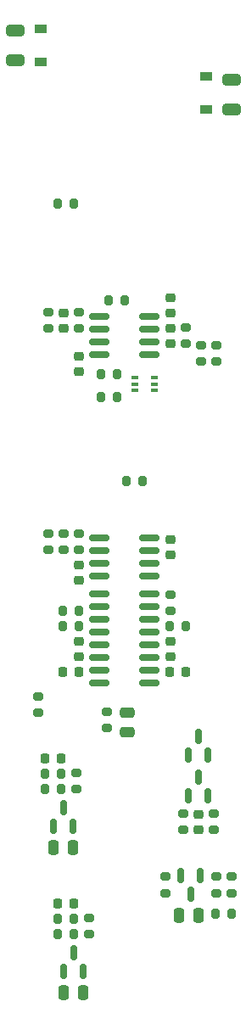
<source format=gbr>
G04 #@! TF.GenerationSoftware,KiCad,Pcbnew,(6.0.0)*
G04 #@! TF.CreationDate,2022-01-12T09:15:57-08:00*
G04 #@! TF.ProjectId,VCF,5643462e-6b69-4636-9164-5f7063625858,rev?*
G04 #@! TF.SameCoordinates,Original*
G04 #@! TF.FileFunction,Paste,Top*
G04 #@! TF.FilePolarity,Positive*
%FSLAX46Y46*%
G04 Gerber Fmt 4.6, Leading zero omitted, Abs format (unit mm)*
G04 Created by KiCad (PCBNEW (6.0.0)) date 2022-01-12 09:15:57*
%MOMM*%
%LPD*%
G01*
G04 APERTURE LIST*
G04 Aperture macros list*
%AMRoundRect*
0 Rectangle with rounded corners*
0 $1 Rounding radius*
0 $2 $3 $4 $5 $6 $7 $8 $9 X,Y pos of 4 corners*
0 Add a 4 corners polygon primitive as box body*
4,1,4,$2,$3,$4,$5,$6,$7,$8,$9,$2,$3,0*
0 Add four circle primitives for the rounded corners*
1,1,$1+$1,$2,$3*
1,1,$1+$1,$4,$5*
1,1,$1+$1,$6,$7*
1,1,$1+$1,$8,$9*
0 Add four rect primitives between the rounded corners*
20,1,$1+$1,$2,$3,$4,$5,0*
20,1,$1+$1,$4,$5,$6,$7,0*
20,1,$1+$1,$6,$7,$8,$9,0*
20,1,$1+$1,$8,$9,$2,$3,0*%
G04 Aperture macros list end*
%ADD10RoundRect,0.200000X-0.275000X0.200000X-0.275000X-0.200000X0.275000X-0.200000X0.275000X0.200000X0*%
%ADD11RoundRect,0.200000X-0.200000X-0.275000X0.200000X-0.275000X0.200000X0.275000X-0.200000X0.275000X0*%
%ADD12RoundRect,0.225000X-0.250000X0.225000X-0.250000X-0.225000X0.250000X-0.225000X0.250000X0.225000X0*%
%ADD13RoundRect,0.225000X0.250000X-0.225000X0.250000X0.225000X-0.250000X0.225000X-0.250000X-0.225000X0*%
%ADD14R,1.200000X0.900000*%
%ADD15RoundRect,0.200000X0.275000X-0.200000X0.275000X0.200000X-0.275000X0.200000X-0.275000X-0.200000X0*%
%ADD16RoundRect,0.150000X-0.825000X-0.150000X0.825000X-0.150000X0.825000X0.150000X-0.825000X0.150000X0*%
%ADD17RoundRect,0.200000X0.200000X0.275000X-0.200000X0.275000X-0.200000X-0.275000X0.200000X-0.275000X0*%
%ADD18RoundRect,0.250000X-0.250000X-0.475000X0.250000X-0.475000X0.250000X0.475000X-0.250000X0.475000X0*%
%ADD19RoundRect,0.150000X0.150000X-0.587500X0.150000X0.587500X-0.150000X0.587500X-0.150000X-0.587500X0*%
%ADD20RoundRect,0.225000X0.225000X0.250000X-0.225000X0.250000X-0.225000X-0.250000X0.225000X-0.250000X0*%
%ADD21RoundRect,0.250000X0.650000X-0.325000X0.650000X0.325000X-0.650000X0.325000X-0.650000X-0.325000X0*%
%ADD22RoundRect,0.250000X-0.650000X0.325000X-0.650000X-0.325000X0.650000X-0.325000X0.650000X0.325000X0*%
%ADD23RoundRect,0.250000X0.475000X-0.250000X0.475000X0.250000X-0.475000X0.250000X-0.475000X-0.250000X0*%
%ADD24RoundRect,0.150000X-0.150000X0.587500X-0.150000X-0.587500X0.150000X-0.587500X0.150000X0.587500X0*%
%ADD25RoundRect,0.225000X-0.225000X-0.250000X0.225000X-0.250000X0.225000X0.250000X-0.225000X0.250000X0*%
%ADD26R,0.650000X0.400000*%
G04 APERTURE END LIST*
D10*
X9398000Y78549000D03*
X9398000Y76899000D03*
D11*
X14161000Y61722000D03*
X15811000Y61722000D03*
D12*
X18542000Y76975000D03*
X18542000Y75425000D03*
D13*
X21336000Y26911000D03*
X21336000Y28461000D03*
D10*
X23114000Y75247000D03*
X23114000Y73597000D03*
D11*
X6033000Y32512000D03*
X7683000Y32512000D03*
D10*
X19812000Y28511000D03*
X19812000Y26861000D03*
D14*
X22098000Y98808000D03*
X22098000Y102108000D03*
D15*
X10414000Y16447000D03*
X10414000Y18097000D03*
D16*
X11495000Y50419000D03*
X11495000Y49149000D03*
X11495000Y47879000D03*
X11495000Y46609000D03*
X11495000Y45339000D03*
X11495000Y44069000D03*
X11495000Y42799000D03*
X11495000Y41529000D03*
X16445000Y41529000D03*
X16445000Y42799000D03*
X16445000Y44069000D03*
X16445000Y45339000D03*
X16445000Y46609000D03*
X16445000Y47879000D03*
X16445000Y49149000D03*
X16445000Y50419000D03*
D17*
X9461000Y47244000D03*
X7811000Y47244000D03*
D18*
X6924000Y25146000D03*
X8824000Y25146000D03*
X19436000Y18366500D03*
X21336000Y18366500D03*
D17*
X13271000Y72390000D03*
X11621000Y72390000D03*
D15*
X7874000Y54801000D03*
X7874000Y56451000D03*
D12*
X7874000Y78499000D03*
X7874000Y76949000D03*
D13*
X18542000Y78473000D03*
X18542000Y80023000D03*
D16*
X16445000Y56007000D03*
X16445000Y54737000D03*
X16445000Y53467000D03*
X16445000Y52197000D03*
X11495000Y52197000D03*
X11495000Y53467000D03*
X11495000Y54737000D03*
X11495000Y56007000D03*
D17*
X13271000Y70104000D03*
X11621000Y70104000D03*
D19*
X20386000Y30304500D03*
X22286000Y30304500D03*
X21336000Y32179500D03*
D17*
X14033000Y79756000D03*
X12383000Y79756000D03*
D15*
X21590000Y73597000D03*
X21590000Y75247000D03*
X24638000Y20589500D03*
X24638000Y22239500D03*
D20*
X20079000Y42672000D03*
X18529000Y42672000D03*
D15*
X6350000Y54801000D03*
X6350000Y56451000D03*
D20*
X8903000Y19558000D03*
X7353000Y19558000D03*
D16*
X16445000Y78105000D03*
X16445000Y76835000D03*
X16445000Y75565000D03*
X16445000Y74295000D03*
X11495000Y74295000D03*
X11495000Y75565000D03*
X11495000Y76835000D03*
X11495000Y78105000D03*
D17*
X7683000Y30988000D03*
X6033000Y30988000D03*
D21*
X24638000Y98806000D03*
X24638000Y101756000D03*
D10*
X9398000Y56451000D03*
X9398000Y54801000D03*
D11*
X18479000Y47244000D03*
X20129000Y47244000D03*
D20*
X6083000Y34036000D03*
X7633000Y34036000D03*
D10*
X18542000Y50355000D03*
X18542000Y48705000D03*
D19*
X7940000Y12778500D03*
X9840000Y12778500D03*
X8890000Y14653500D03*
D12*
X9398000Y53353000D03*
X9398000Y51803000D03*
D19*
X20386000Y34368500D03*
X22286000Y34368500D03*
X21336000Y36243500D03*
D22*
X3048000Y106680000D03*
X3048000Y103730000D03*
D13*
X9398000Y72631000D03*
X9398000Y74181000D03*
D17*
X23051000Y18542000D03*
X24701000Y18542000D03*
D23*
X14224000Y36642000D03*
X14224000Y38542000D03*
D15*
X12192000Y37021000D03*
X12192000Y38671000D03*
D24*
X21524000Y22352000D03*
X19624000Y22352000D03*
X20574000Y20477000D03*
D15*
X22860000Y28511000D03*
X22860000Y26861000D03*
D12*
X9398000Y45733000D03*
X9398000Y44183000D03*
D10*
X20066000Y77025000D03*
X20066000Y75375000D03*
D25*
X7861000Y42672000D03*
X9411000Y42672000D03*
D18*
X7940000Y10668000D03*
X9840000Y10668000D03*
D15*
X9144000Y30925000D03*
X9144000Y32575000D03*
D14*
X5588000Y106806000D03*
X5588000Y103506000D03*
D17*
X8953000Y18034000D03*
X7303000Y18034000D03*
D13*
X18542000Y44183000D03*
X18542000Y45733000D03*
D10*
X23114000Y20589500D03*
X23114000Y22239500D03*
D11*
X7303000Y16510000D03*
X8953000Y16510000D03*
D12*
X18542000Y55893000D03*
X18542000Y54343000D03*
D10*
X18034000Y22239500D03*
X18034000Y20589500D03*
D15*
X6350000Y76899000D03*
X6350000Y78549000D03*
D26*
X15052000Y72024000D03*
X15052000Y71374000D03*
X15052000Y70724000D03*
X16952000Y70724000D03*
X16952000Y71374000D03*
X16952000Y72024000D03*
D19*
X6924000Y27256500D03*
X8824000Y27256500D03*
X7874000Y29131500D03*
D11*
X7811000Y48768000D03*
X9461000Y48768000D03*
X7303000Y89408000D03*
X8953000Y89408000D03*
D15*
X5334000Y38545000D03*
X5334000Y40195000D03*
M02*

</source>
